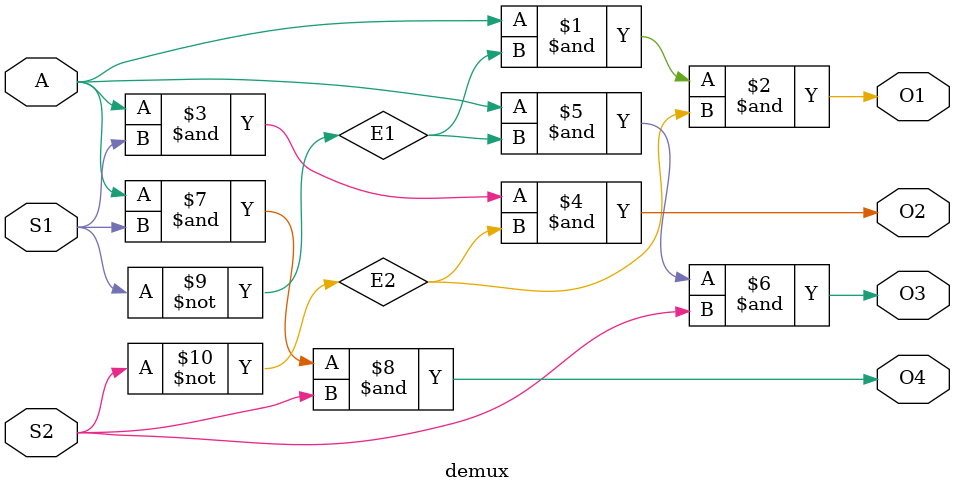
<source format=v>
module demux(input A,input S1,input S2,output O1, output O2,output O3,output O4 );
  wire E1,E2;
  not (E1, S1);
  not (E2, S2);
  and(O1,A,E1,E2);
  and(O2,A,S1,E2);
  and(O3,A,E1,S2);
  and(O4,A,S1,S2);
endmodule 
</source>
